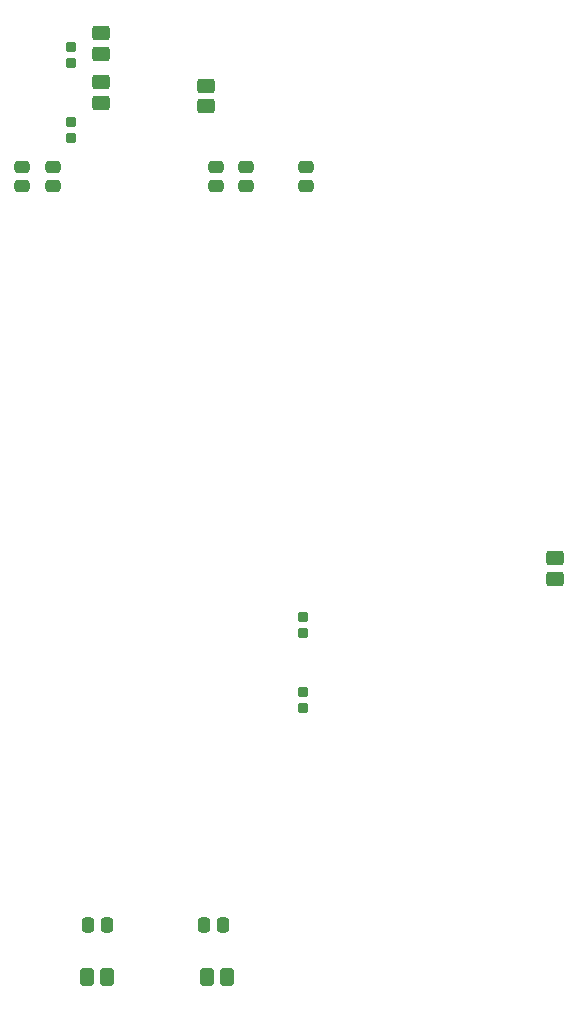
<source format=gbp>
%FSTAX43Y43*%
%MOMM*%
G71*
G01*
G75*
G04 Layer_Color=9634006*
G04:AMPARAMS|DCode=10|XSize=1.3mm|YSize=1mm|CornerRadius=0.25mm|HoleSize=0mm|Usage=FLASHONLY|Rotation=270.000|XOffset=0mm|YOffset=0mm|HoleType=Round|Shape=RoundedRectangle|*
%AMROUNDEDRECTD10*
21,1,1.300,0.500,0,0,270.0*
21,1,0.800,1.000,0,0,270.0*
1,1,0.500,-0.250,-0.400*
1,1,0.500,-0.250,0.400*
1,1,0.500,0.250,0.400*
1,1,0.500,0.250,-0.400*
%
%ADD10ROUNDEDRECTD10*%
G04:AMPARAMS|DCode=11|XSize=1.5mm|YSize=1.3mm|CornerRadius=0.325mm|HoleSize=0mm|Usage=FLASHONLY|Rotation=270.000|XOffset=0mm|YOffset=0mm|HoleType=Round|Shape=RoundedRectangle|*
%AMROUNDEDRECTD11*
21,1,1.500,0.650,0,0,270.0*
21,1,0.850,1.300,0,0,270.0*
1,1,0.650,-0.325,-0.425*
1,1,0.650,-0.325,0.425*
1,1,0.650,0.325,0.425*
1,1,0.650,0.325,-0.425*
%
%ADD11ROUNDEDRECTD11*%
G04:AMPARAMS|DCode=12|XSize=1.9mm|YSize=0.5mm|CornerRadius=0.125mm|HoleSize=0mm|Usage=FLASHONLY|Rotation=0.000|XOffset=0mm|YOffset=0mm|HoleType=Round|Shape=RoundedRectangle|*
%AMROUNDEDRECTD12*
21,1,1.900,0.250,0,0,0.0*
21,1,1.650,0.500,0,0,0.0*
1,1,0.250,0.825,-0.125*
1,1,0.250,-0.825,-0.125*
1,1,0.250,-0.825,0.125*
1,1,0.250,0.825,0.125*
%
%ADD12ROUNDEDRECTD12*%
G04:AMPARAMS|DCode=13|XSize=1.9mm|YSize=0.5mm|CornerRadius=0.125mm|HoleSize=0mm|Usage=FLASHONLY|Rotation=90.000|XOffset=0mm|YOffset=0mm|HoleType=Round|Shape=RoundedRectangle|*
%AMROUNDEDRECTD13*
21,1,1.900,0.250,0,0,90.0*
21,1,1.650,0.500,0,0,90.0*
1,1,0.250,0.125,0.825*
1,1,0.250,0.125,-0.825*
1,1,0.250,-0.125,-0.825*
1,1,0.250,-0.125,0.825*
%
%ADD13ROUNDEDRECTD13*%
G04:AMPARAMS|DCode=14|XSize=1.3mm|YSize=1mm|CornerRadius=0.25mm|HoleSize=0mm|Usage=FLASHONLY|Rotation=180.000|XOffset=0mm|YOffset=0mm|HoleType=Round|Shape=RoundedRectangle|*
%AMROUNDEDRECTD14*
21,1,1.300,0.500,0,0,180.0*
21,1,0.800,1.000,0,0,180.0*
1,1,0.500,-0.400,0.250*
1,1,0.500,0.400,0.250*
1,1,0.500,0.400,-0.250*
1,1,0.500,-0.400,-0.250*
%
%ADD14ROUNDEDRECTD14*%
G04:AMPARAMS|DCode=15|XSize=1.5mm|YSize=1.3mm|CornerRadius=0.325mm|HoleSize=0mm|Usage=FLASHONLY|Rotation=0.000|XOffset=0mm|YOffset=0mm|HoleType=Round|Shape=RoundedRectangle|*
%AMROUNDEDRECTD15*
21,1,1.500,0.650,0,0,0.0*
21,1,0.850,1.300,0,0,0.0*
1,1,0.650,0.425,-0.325*
1,1,0.650,-0.425,-0.325*
1,1,0.650,-0.425,0.325*
1,1,0.650,0.425,0.325*
%
%ADD15ROUNDEDRECTD15*%
G04:AMPARAMS|DCode=16|XSize=2.65mm|YSize=1.75mm|CornerRadius=0.438mm|HoleSize=0mm|Usage=FLASHONLY|Rotation=270.000|XOffset=0mm|YOffset=0mm|HoleType=Round|Shape=RoundedRectangle|*
%AMROUNDEDRECTD16*
21,1,2.650,0.875,0,0,270.0*
21,1,1.775,1.750,0,0,270.0*
1,1,0.875,-0.438,-0.887*
1,1,0.875,-0.438,0.887*
1,1,0.875,0.438,0.887*
1,1,0.875,0.438,-0.887*
%
%ADD16ROUNDEDRECTD16*%
G04:AMPARAMS|DCode=17|XSize=0.9mm|YSize=2.7mm|CornerRadius=0.225mm|HoleSize=0mm|Usage=FLASHONLY|Rotation=270.000|XOffset=0mm|YOffset=0mm|HoleType=Round|Shape=RoundedRectangle|*
%AMROUNDEDRECTD17*
21,1,0.900,2.250,0,0,270.0*
21,1,0.450,2.700,0,0,270.0*
1,1,0.450,-1.125,-0.225*
1,1,0.450,-1.125,0.225*
1,1,0.450,1.125,0.225*
1,1,0.450,1.125,-0.225*
%
%ADD17ROUNDEDRECTD17*%
G04:AMPARAMS|DCode=18|XSize=1mm|YSize=2.8mm|CornerRadius=0.25mm|HoleSize=0mm|Usage=FLASHONLY|Rotation=270.000|XOffset=0mm|YOffset=0mm|HoleType=Round|Shape=RoundedRectangle|*
%AMROUNDEDRECTD18*
21,1,1.000,2.300,0,0,270.0*
21,1,0.500,2.800,0,0,270.0*
1,1,0.500,-1.150,-0.250*
1,1,0.500,-1.150,0.250*
1,1,0.500,1.150,0.250*
1,1,0.500,1.150,-0.250*
%
%ADD18ROUNDEDRECTD18*%
G04:AMPARAMS|DCode=19|XSize=1.5mm|YSize=1.25mm|CornerRadius=0.313mm|HoleSize=0mm|Usage=FLASHONLY|Rotation=0.000|XOffset=0mm|YOffset=0mm|HoleType=Round|Shape=RoundedRectangle|*
%AMROUNDEDRECTD19*
21,1,1.500,0.625,0,0,0.0*
21,1,0.875,1.250,0,0,0.0*
1,1,0.625,0.438,-0.313*
1,1,0.625,-0.438,-0.313*
1,1,0.625,-0.438,0.313*
1,1,0.625,0.438,0.313*
%
%ADD19ROUNDEDRECTD19*%
%ADD20O,0.500X2.250*%
G04:AMPARAMS|DCode=21|XSize=2.5mm|YSize=2mm|CornerRadius=0.5mm|HoleSize=0mm|Usage=FLASHONLY|Rotation=90.000|XOffset=0mm|YOffset=0mm|HoleType=Round|Shape=RoundedRectangle|*
%AMROUNDEDRECTD21*
21,1,2.500,1.000,0,0,90.0*
21,1,1.500,2.000,0,0,90.0*
1,1,1.000,0.500,0.750*
1,1,1.000,0.500,-0.750*
1,1,1.000,-0.500,-0.750*
1,1,1.000,-0.500,0.750*
%
%ADD21ROUNDEDRECTD21*%
%ADD22C,0.500*%
%ADD23C,1.000*%
%ADD24C,0.300*%
%ADD25C,1.600*%
%ADD26C,1.300*%
%ADD27C,1.000*%
%ADD28C,1.100*%
%ADD29C,0.700*%
G04:AMPARAMS|DCode=30|XSize=0.9mm|YSize=0.8mm|CornerRadius=0.2mm|HoleSize=0mm|Usage=FLASHONLY|Rotation=180.000|XOffset=0mm|YOffset=0mm|HoleType=Round|Shape=RoundedRectangle|*
%AMROUNDEDRECTD30*
21,1,0.900,0.400,0,0,180.0*
21,1,0.500,0.800,0,0,180.0*
1,1,0.400,-0.250,0.200*
1,1,0.400,0.250,0.200*
1,1,0.400,0.250,-0.200*
1,1,0.400,-0.250,-0.200*
%
%ADD30ROUNDEDRECTD30*%
G04:AMPARAMS|DCode=31|XSize=1.5mm|YSize=1.25mm|CornerRadius=0.313mm|HoleSize=0mm|Usage=FLASHONLY|Rotation=270.000|XOffset=0mm|YOffset=0mm|HoleType=Round|Shape=RoundedRectangle|*
%AMROUNDEDRECTD31*
21,1,1.500,0.625,0,0,270.0*
21,1,0.875,1.250,0,0,270.0*
1,1,0.625,-0.313,-0.438*
1,1,0.625,-0.313,0.438*
1,1,0.625,0.313,0.438*
1,1,0.625,0.313,-0.438*
%
%ADD31ROUNDEDRECTD31*%
%ADD32C,0.178*%
%ADD33C,0.005*%
%ADD34C,0.250*%
%ADD35C,0.254*%
%ADD36C,0.400*%
G04:AMPARAMS|DCode=37|XSize=1.503mm|YSize=1.203mm|CornerRadius=0.352mm|HoleSize=0mm|Usage=FLASHONLY|Rotation=270.000|XOffset=0mm|YOffset=0mm|HoleType=Round|Shape=RoundedRectangle|*
%AMROUNDEDRECTD37*
21,1,1.503,0.500,0,0,270.0*
21,1,0.800,1.203,0,0,270.0*
1,1,0.703,-0.250,-0.400*
1,1,0.703,-0.250,0.400*
1,1,0.703,0.250,0.400*
1,1,0.703,0.250,-0.400*
%
%ADD37ROUNDEDRECTD37*%
G04:AMPARAMS|DCode=38|XSize=1.703mm|YSize=1.503mm|CornerRadius=0.427mm|HoleSize=0mm|Usage=FLASHONLY|Rotation=270.000|XOffset=0mm|YOffset=0mm|HoleType=Round|Shape=RoundedRectangle|*
%AMROUNDEDRECTD38*
21,1,1.703,0.650,0,0,270.0*
21,1,0.850,1.503,0,0,270.0*
1,1,0.853,-0.325,-0.425*
1,1,0.853,-0.325,0.425*
1,1,0.853,0.325,0.425*
1,1,0.853,0.325,-0.425*
%
%ADD38ROUNDEDRECTD38*%
G04:AMPARAMS|DCode=39|XSize=2.1mm|YSize=0.7mm|CornerRadius=0.225mm|HoleSize=0mm|Usage=FLASHONLY|Rotation=0.000|XOffset=0mm|YOffset=0mm|HoleType=Round|Shape=RoundedRectangle|*
%AMROUNDEDRECTD39*
21,1,2.100,0.250,0,0,0.0*
21,1,1.650,0.700,0,0,0.0*
1,1,0.450,0.825,-0.125*
1,1,0.450,-0.825,-0.125*
1,1,0.450,-0.825,0.125*
1,1,0.450,0.825,0.125*
%
%ADD39ROUNDEDRECTD39*%
G04:AMPARAMS|DCode=40|XSize=2.1mm|YSize=0.7mm|CornerRadius=0.225mm|HoleSize=0mm|Usage=FLASHONLY|Rotation=90.000|XOffset=0mm|YOffset=0mm|HoleType=Round|Shape=RoundedRectangle|*
%AMROUNDEDRECTD40*
21,1,2.100,0.250,0,0,90.0*
21,1,1.650,0.700,0,0,90.0*
1,1,0.450,0.125,0.825*
1,1,0.450,0.125,-0.825*
1,1,0.450,-0.125,-0.825*
1,1,0.450,-0.125,0.825*
%
%ADD40ROUNDEDRECTD40*%
G04:AMPARAMS|DCode=41|XSize=1.503mm|YSize=1.203mm|CornerRadius=0.352mm|HoleSize=0mm|Usage=FLASHONLY|Rotation=180.000|XOffset=0mm|YOffset=0mm|HoleType=Round|Shape=RoundedRectangle|*
%AMROUNDEDRECTD41*
21,1,1.503,0.500,0,0,180.0*
21,1,0.800,1.203,0,0,180.0*
1,1,0.703,-0.400,0.250*
1,1,0.703,0.400,0.250*
1,1,0.703,0.400,-0.250*
1,1,0.703,-0.400,-0.250*
%
%ADD41ROUNDEDRECTD41*%
G04:AMPARAMS|DCode=42|XSize=1.703mm|YSize=1.503mm|CornerRadius=0.427mm|HoleSize=0mm|Usage=FLASHONLY|Rotation=0.000|XOffset=0mm|YOffset=0mm|HoleType=Round|Shape=RoundedRectangle|*
%AMROUNDEDRECTD42*
21,1,1.703,0.650,0,0,0.0*
21,1,0.850,1.503,0,0,0.0*
1,1,0.853,0.425,-0.325*
1,1,0.853,-0.425,-0.325*
1,1,0.853,-0.425,0.325*
1,1,0.853,0.425,0.325*
%
%ADD42ROUNDEDRECTD42*%
G04:AMPARAMS|DCode=43|XSize=2.853mm|YSize=1.953mm|CornerRadius=0.539mm|HoleSize=0mm|Usage=FLASHONLY|Rotation=270.000|XOffset=0mm|YOffset=0mm|HoleType=Round|Shape=RoundedRectangle|*
%AMROUNDEDRECTD43*
21,1,2.853,0.875,0,0,270.0*
21,1,1.775,1.953,0,0,270.0*
1,1,1.078,-0.438,-0.887*
1,1,1.078,-0.438,0.887*
1,1,1.078,0.438,0.887*
1,1,1.078,0.438,-0.887*
%
%ADD43ROUNDEDRECTD43*%
G04:AMPARAMS|DCode=44|XSize=1.103mm|YSize=2.903mm|CornerRadius=0.327mm|HoleSize=0mm|Usage=FLASHONLY|Rotation=270.000|XOffset=0mm|YOffset=0mm|HoleType=Round|Shape=RoundedRectangle|*
%AMROUNDEDRECTD44*
21,1,1.103,2.250,0,0,270.0*
21,1,0.450,2.903,0,0,270.0*
1,1,0.653,-1.125,-0.225*
1,1,0.653,-1.125,0.225*
1,1,0.653,1.125,0.225*
1,1,0.653,1.125,-0.225*
%
%ADD44ROUNDEDRECTD44*%
G04:AMPARAMS|DCode=45|XSize=1.203mm|YSize=3.003mm|CornerRadius=0.352mm|HoleSize=0mm|Usage=FLASHONLY|Rotation=270.000|XOffset=0mm|YOffset=0mm|HoleType=Round|Shape=RoundedRectangle|*
%AMROUNDEDRECTD45*
21,1,1.203,2.300,0,0,270.0*
21,1,0.500,3.003,0,0,270.0*
1,1,0.703,-1.150,-0.250*
1,1,0.703,-1.150,0.250*
1,1,0.703,1.150,0.250*
1,1,0.703,1.150,-0.250*
%
%ADD45ROUNDEDRECTD45*%
G04:AMPARAMS|DCode=46|XSize=1.703mm|YSize=1.453mm|CornerRadius=0.414mm|HoleSize=0mm|Usage=FLASHONLY|Rotation=0.000|XOffset=0mm|YOffset=0mm|HoleType=Round|Shape=RoundedRectangle|*
%AMROUNDEDRECTD46*
21,1,1.703,0.625,0,0,0.0*
21,1,0.875,1.453,0,0,0.0*
1,1,0.828,0.438,-0.313*
1,1,0.828,-0.438,-0.313*
1,1,0.828,-0.438,0.313*
1,1,0.828,0.438,0.313*
%
%ADD46ROUNDEDRECTD46*%
%ADD47O,0.703X2.453*%
G04:AMPARAMS|DCode=48|XSize=2.703mm|YSize=2.203mm|CornerRadius=0.602mm|HoleSize=0mm|Usage=FLASHONLY|Rotation=90.000|XOffset=0mm|YOffset=0mm|HoleType=Round|Shape=RoundedRectangle|*
%AMROUNDEDRECTD48*
21,1,2.703,1.000,0,0,90.0*
21,1,1.500,2.203,0,0,90.0*
1,1,1.203,0.500,0.750*
1,1,1.203,0.500,-0.750*
1,1,1.203,-0.500,-0.750*
1,1,1.203,-0.500,0.750*
%
%ADD48ROUNDEDRECTD48*%
%ADD49C,1.800*%
%ADD50C,1.803*%
%ADD51C,1.500*%
%ADD52C,1.503*%
%ADD53C,1.200*%
%ADD54C,1.303*%
%ADD55C,0.903*%
G04:AMPARAMS|DCode=56|XSize=1.103mm|YSize=1.003mm|CornerRadius=0.302mm|HoleSize=0mm|Usage=FLASHONLY|Rotation=180.000|XOffset=0mm|YOffset=0mm|HoleType=Round|Shape=RoundedRectangle|*
%AMROUNDEDRECTD56*
21,1,1.103,0.400,0,0,180.0*
21,1,0.500,1.003,0,0,180.0*
1,1,0.603,-0.250,0.200*
1,1,0.603,0.250,0.200*
1,1,0.603,0.250,-0.200*
1,1,0.603,-0.250,-0.200*
%
%ADD56ROUNDEDRECTD56*%
G04:AMPARAMS|DCode=57|XSize=1.703mm|YSize=1.453mm|CornerRadius=0.414mm|HoleSize=0mm|Usage=FLASHONLY|Rotation=270.000|XOffset=0mm|YOffset=0mm|HoleType=Round|Shape=RoundedRectangle|*
%AMROUNDEDRECTD57*
21,1,1.703,0.625,0,0,270.0*
21,1,0.875,1.453,0,0,270.0*
1,1,0.828,-0.313,-0.438*
1,1,0.828,-0.313,0.438*
1,1,0.828,0.313,0.438*
1,1,0.828,0.313,-0.438*
%
%ADD57ROUNDEDRECTD57*%
D10*
X0029362Y0060325D02*
D03*
X0030962D02*
D03*
X0039205D02*
D03*
X0040805D02*
D03*
D14*
X00238Y0124498D02*
D03*
Y0122898D02*
D03*
X00264Y0124498D02*
D03*
Y0122898D02*
D03*
X0040195D02*
D03*
Y0124498D02*
D03*
X0042736Y0122898D02*
D03*
Y0124498D02*
D03*
X0047815Y0122898D02*
D03*
Y0124498D02*
D03*
D19*
X003048Y0131685D02*
D03*
Y0129935D02*
D03*
Y0134062D02*
D03*
Y0135812D02*
D03*
X003937Y0131367D02*
D03*
Y0129617D02*
D03*
X0068897Y0089613D02*
D03*
Y0091363D02*
D03*
D30*
X002794Y0133285D02*
D03*
Y0134685D02*
D03*
X002794Y0128335D02*
D03*
Y0126935D02*
D03*
X0047625Y0086425D02*
D03*
Y0085025D02*
D03*
X0047625Y0078675D02*
D03*
Y0080075D02*
D03*
D31*
X0029288Y005588D02*
D03*
X0031038D02*
D03*
X0039447D02*
D03*
X0041197D02*
D03*
M02*

</source>
